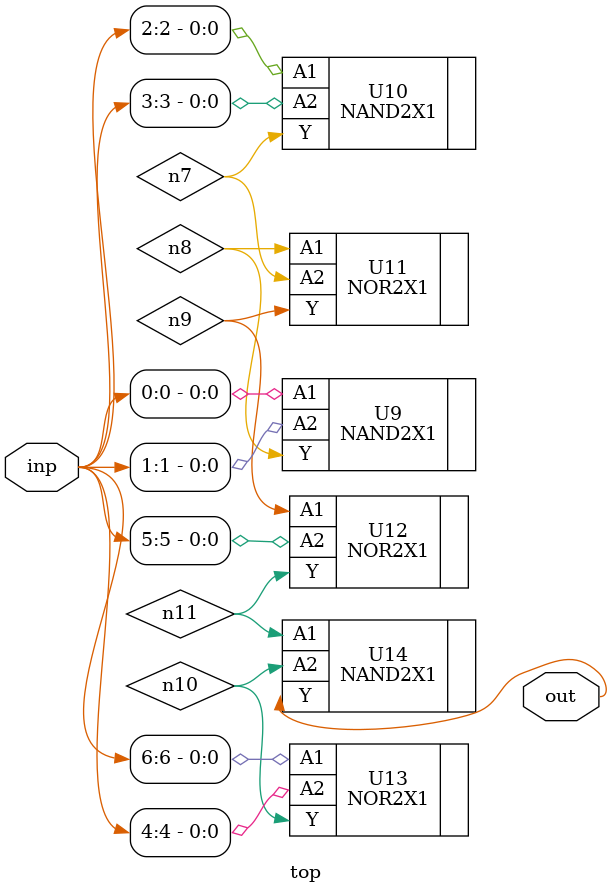
<source format=sv>


module top ( inp, out );
  input [6:0] inp;
  output out;
  wire   n7, n8, n9, n10, n11;

  NAND2X1 U9 ( .A1(inp[0]), .A2(inp[1]), .Y(n8) );
  NAND2X1 U10 ( .A1(inp[2]), .A2(inp[3]), .Y(n7) );
  NOR2X1 U11 ( .A1(n8), .A2(n7), .Y(n9) );
  NOR2X1 U12 ( .A1(n9), .A2(inp[5]), .Y(n11) );
  NOR2X1 U13 ( .A1(inp[6]), .A2(inp[4]), .Y(n10) );
  NAND2X1 U14 ( .A1(n11), .A2(n10), .Y(out) );
endmodule


</source>
